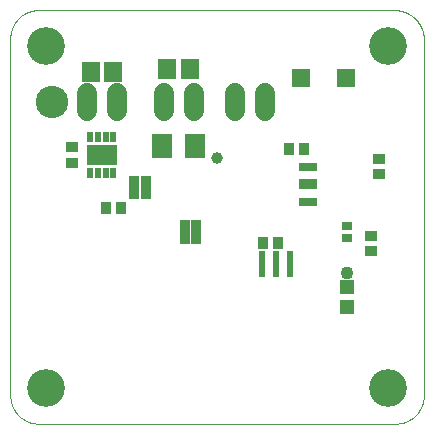
<source format=gbs>
G04 EAGLE Gerber RS-274X export*
G75*
%MOMM*%
%FSLAX35Y35*%
%LPD*%
%INsolder_mask_bottom*%
%IPPOS*%
%AMOC8*
5,1,8,0,0,1.08239X$1,22.5*%
G01*
%ADD10C,0.000000*%
%ADD11R,1.503200X1.703200*%
%ADD12R,1.103200X0.903200*%
%ADD13R,0.903200X1.103200*%
%ADD14R,1.603200X1.603200*%
%ADD15R,2.603200X1.703200*%
%ADD16R,0.553200X0.853200*%
%ADD17R,1.803200X2.006200*%
%ADD18C,1.703200*%
%ADD19R,0.603200X2.203200*%
%ADD20R,1.303200X1.203200*%
%ADD21R,0.903200X0.803200*%
%ADD22C,2.743200*%
%ADD23R,0.853200X0.503200*%
%ADD24R,1.603200X0.773200*%
%ADD25R,1.603200X0.853200*%
%ADD26C,3.203200*%
%ADD27C,1.003200*%
%ADD28C,1.103200*%


D10*
X250000Y0D02*
X3250000Y0D01*
X3500000Y225000D02*
X3500000Y3275000D01*
X3225000Y3500000D02*
X250000Y3500000D01*
X0Y3275000D02*
X0Y225000D01*
X0Y3275000D02*
X371Y3280735D01*
X881Y3286460D01*
X1529Y3292170D01*
X2315Y3297864D01*
X3238Y3303536D01*
X4298Y3309185D01*
X5494Y3314806D01*
X6826Y3320397D01*
X8292Y3325954D01*
X9892Y3331474D01*
X11626Y3336954D01*
X13491Y3342390D01*
X15487Y3347780D01*
X17612Y3353120D01*
X19866Y3358406D01*
X22247Y3363637D01*
X24754Y3368809D01*
X27385Y3373919D01*
X30138Y3378963D01*
X33013Y3383940D01*
X36007Y3388846D01*
X39119Y3393678D01*
X42347Y3398433D01*
X45688Y3403109D01*
X49142Y3407703D01*
X52706Y3412212D01*
X56377Y3416633D01*
X60154Y3420965D01*
X64035Y3425204D01*
X68018Y3429348D01*
X72099Y3433395D01*
X76276Y3437342D01*
X80548Y3441186D01*
X84912Y3444927D01*
X89365Y3448561D01*
X93904Y3452086D01*
X98527Y3455500D01*
X103231Y3458802D01*
X108014Y3461989D01*
X112872Y3465060D01*
X117803Y3468012D01*
X122804Y3470844D01*
X127872Y3473555D01*
X133003Y3476142D01*
X138196Y3478605D01*
X143447Y3480942D01*
X148753Y3483150D01*
X154111Y3485230D01*
X159517Y3487180D01*
X164969Y3488999D01*
X170463Y3490686D01*
X175997Y3492239D01*
X181566Y3493658D01*
X187168Y3494942D01*
X192799Y3496090D01*
X198457Y3497102D01*
X204137Y3497977D01*
X209837Y3498715D01*
X215553Y3499314D01*
X221281Y3499775D01*
X227020Y3500098D01*
X232764Y3500282D01*
X238511Y3500327D01*
X244257Y3500233D01*
X250000Y3500000D01*
X3225000Y3500000D02*
X3231143Y3500538D01*
X3237297Y3500926D01*
X3243459Y3501162D01*
X3249625Y3501247D01*
X3255791Y3501180D01*
X3261953Y3500962D01*
X3268109Y3500594D01*
X3274253Y3500074D01*
X3280383Y3499403D01*
X3286494Y3498582D01*
X3292584Y3497612D01*
X3298648Y3496492D01*
X3304682Y3495224D01*
X3310684Y3493808D01*
X3316649Y3492246D01*
X3322574Y3490537D01*
X3328455Y3488684D01*
X3334289Y3486686D01*
X3340072Y3484546D01*
X3345801Y3482265D01*
X3351472Y3479844D01*
X3357083Y3477285D01*
X3362628Y3474588D01*
X3368106Y3471757D01*
X3373512Y3468792D01*
X3378845Y3465694D01*
X3384099Y3462467D01*
X3389273Y3459113D01*
X3394363Y3455632D01*
X3399366Y3452027D01*
X3404279Y3448300D01*
X3409099Y3444454D01*
X3413823Y3440491D01*
X3418449Y3436414D01*
X3422973Y3432224D01*
X3427393Y3427924D01*
X3431706Y3423517D01*
X3435909Y3419005D01*
X3440001Y3414392D01*
X3443978Y3409679D01*
X3447839Y3404871D01*
X3451580Y3399969D01*
X3455199Y3394977D01*
X3458695Y3389897D01*
X3462066Y3384733D01*
X3465309Y3379489D01*
X3468422Y3374166D01*
X3471403Y3368768D01*
X3474251Y3363299D01*
X3476964Y3357761D01*
X3479540Y3352159D01*
X3481978Y3346495D01*
X3484276Y3340773D01*
X3486433Y3334996D01*
X3488448Y3329168D01*
X3490319Y3323292D01*
X3492045Y3317372D01*
X3493626Y3311412D01*
X3495060Y3305415D01*
X3496346Y3299384D01*
X3497484Y3293323D01*
X3498472Y3287237D01*
X3499311Y3281128D01*
X3500000Y3275000D01*
X3500000Y225000D02*
X3499629Y219265D01*
X3499119Y213540D01*
X3498471Y207830D01*
X3497685Y202136D01*
X3496762Y196464D01*
X3495702Y190815D01*
X3494506Y185194D01*
X3493174Y179603D01*
X3491708Y174046D01*
X3490108Y168526D01*
X3488374Y163046D01*
X3486509Y157610D01*
X3484513Y152220D01*
X3482388Y146880D01*
X3480134Y141594D01*
X3477753Y136363D01*
X3475246Y131191D01*
X3472615Y126081D01*
X3469862Y121037D01*
X3466987Y116060D01*
X3463993Y111154D01*
X3460881Y106322D01*
X3457653Y101567D01*
X3454312Y96891D01*
X3450858Y92297D01*
X3447294Y87788D01*
X3443623Y83367D01*
X3439846Y79035D01*
X3435965Y74796D01*
X3431982Y70652D01*
X3427901Y66605D01*
X3423724Y62658D01*
X3419452Y58814D01*
X3415088Y55073D01*
X3410635Y51439D01*
X3406096Y47914D01*
X3401473Y44500D01*
X3396769Y41198D01*
X3391986Y38011D01*
X3387128Y34940D01*
X3382197Y31988D01*
X3377196Y29156D01*
X3372128Y26445D01*
X3366997Y23858D01*
X3361804Y21395D01*
X3356553Y19058D01*
X3351247Y16850D01*
X3345889Y14770D01*
X3340483Y12820D01*
X3335031Y11001D01*
X3329537Y9314D01*
X3324003Y7761D01*
X3318434Y6342D01*
X3312832Y5058D01*
X3307201Y3910D01*
X3301543Y2898D01*
X3295863Y2023D01*
X3290163Y1285D01*
X3284447Y686D01*
X3278719Y225D01*
X3272980Y-98D01*
X3267236Y-282D01*
X3261489Y-327D01*
X3255743Y-233D01*
X3250000Y0D01*
X250000Y0D02*
X244257Y-233D01*
X238511Y-327D01*
X232764Y-282D01*
X227020Y-98D01*
X221281Y225D01*
X215553Y686D01*
X209837Y1285D01*
X204137Y2023D01*
X198457Y2898D01*
X192799Y3910D01*
X187168Y5058D01*
X181566Y6342D01*
X175997Y7761D01*
X170463Y9314D01*
X164969Y11001D01*
X159517Y12820D01*
X154111Y14770D01*
X148753Y16850D01*
X143447Y19058D01*
X138196Y21395D01*
X133003Y23858D01*
X127872Y26445D01*
X122804Y29156D01*
X117803Y31988D01*
X112872Y34940D01*
X108014Y38011D01*
X103231Y41198D01*
X98527Y44500D01*
X93904Y47914D01*
X89365Y51439D01*
X84912Y55073D01*
X80548Y58814D01*
X76276Y62658D01*
X72099Y66605D01*
X68018Y70652D01*
X64035Y74796D01*
X60154Y79035D01*
X56377Y83367D01*
X52706Y87788D01*
X49142Y92297D01*
X45688Y96891D01*
X42347Y101567D01*
X39119Y106322D01*
X36007Y111154D01*
X33013Y116060D01*
X30138Y121037D01*
X27385Y126081D01*
X24754Y131191D01*
X22247Y136363D01*
X19866Y141594D01*
X17612Y146880D01*
X15487Y152220D01*
X13491Y157610D01*
X11626Y163046D01*
X9892Y168526D01*
X8292Y174046D01*
X6826Y179603D01*
X5494Y185194D01*
X4298Y190815D01*
X3238Y196464D01*
X2315Y202136D01*
X1529Y207830D01*
X881Y213540D01*
X371Y219265D01*
X0Y225000D01*
X3225000Y3500000D02*
X3231143Y3500538D01*
X3237297Y3500926D01*
X3243459Y3501162D01*
X3249625Y3501247D01*
X3255791Y3501180D01*
X3261953Y3500962D01*
X3268109Y3500594D01*
X3274253Y3500074D01*
X3280383Y3499403D01*
X3286494Y3498582D01*
X3292584Y3497612D01*
X3298648Y3496492D01*
X3304682Y3495224D01*
X3310684Y3493808D01*
X3316649Y3492246D01*
X3322574Y3490537D01*
X3328455Y3488684D01*
X3334289Y3486686D01*
X3340072Y3484546D01*
X3345801Y3482265D01*
X3351472Y3479844D01*
X3357083Y3477285D01*
X3362628Y3474588D01*
X3368106Y3471757D01*
X3373512Y3468792D01*
X3378845Y3465694D01*
X3384099Y3462467D01*
X3389273Y3459113D01*
X3394363Y3455632D01*
X3399366Y3452027D01*
X3404279Y3448300D01*
X3409099Y3444454D01*
X3413823Y3440491D01*
X3418449Y3436414D01*
X3422973Y3432224D01*
X3427393Y3427924D01*
X3431706Y3423517D01*
X3435909Y3419005D01*
X3440001Y3414392D01*
X3443978Y3409679D01*
X3447839Y3404871D01*
X3451580Y3399969D01*
X3455199Y3394977D01*
X3458695Y3389897D01*
X3462066Y3384733D01*
X3465309Y3379489D01*
X3468422Y3374166D01*
X3471403Y3368768D01*
X3474251Y3363299D01*
X3476964Y3357761D01*
X3479540Y3352159D01*
X3481978Y3346495D01*
X3484276Y3340773D01*
X3486433Y3334996D01*
X3488448Y3329168D01*
X3490319Y3323292D01*
X3492045Y3317372D01*
X3493626Y3311412D01*
X3495060Y3305415D01*
X3496346Y3299384D01*
X3497484Y3293323D01*
X3498472Y3287237D01*
X3499311Y3281128D01*
X3500000Y3275000D01*
X3500000Y225000D02*
X3499629Y219265D01*
X3499119Y213540D01*
X3498471Y207830D01*
X3497685Y202136D01*
X3496762Y196464D01*
X3495702Y190815D01*
X3494506Y185194D01*
X3493174Y179603D01*
X3491708Y174046D01*
X3490108Y168526D01*
X3488374Y163046D01*
X3486509Y157610D01*
X3484513Y152220D01*
X3482388Y146880D01*
X3480134Y141594D01*
X3477753Y136363D01*
X3475246Y131191D01*
X3472615Y126081D01*
X3469862Y121037D01*
X3466987Y116060D01*
X3463993Y111154D01*
X3460881Y106322D01*
X3457653Y101567D01*
X3454312Y96891D01*
X3450858Y92297D01*
X3447294Y87788D01*
X3443623Y83367D01*
X3439846Y79035D01*
X3435965Y74796D01*
X3431982Y70652D01*
X3427901Y66605D01*
X3423724Y62658D01*
X3419452Y58814D01*
X3415088Y55073D01*
X3410635Y51439D01*
X3406096Y47914D01*
X3401473Y44500D01*
X3396769Y41198D01*
X3391986Y38011D01*
X3387128Y34940D01*
X3382197Y31988D01*
X3377196Y29156D01*
X3372128Y26445D01*
X3366997Y23858D01*
X3361804Y21395D01*
X3356553Y19058D01*
X3351247Y16850D01*
X3345889Y14770D01*
X3340483Y12820D01*
X3335031Y11001D01*
X3329537Y9314D01*
X3324003Y7761D01*
X3318434Y6342D01*
X3312832Y5058D01*
X3307201Y3910D01*
X3301543Y2898D01*
X3295863Y2023D01*
X3290163Y1285D01*
X3284447Y686D01*
X3278719Y225D01*
X3272980Y-98D01*
X3267236Y-282D01*
X3261489Y-327D01*
X3255743Y-233D01*
X3250000Y0D01*
X250000Y0D02*
X244257Y-233D01*
X238511Y-327D01*
X232764Y-282D01*
X227020Y-98D01*
X221281Y225D01*
X215553Y686D01*
X209837Y1285D01*
X204137Y2023D01*
X198457Y2898D01*
X192799Y3910D01*
X187168Y5058D01*
X181566Y6342D01*
X175997Y7761D01*
X170463Y9314D01*
X164969Y11001D01*
X159517Y12820D01*
X154111Y14770D01*
X148753Y16850D01*
X143447Y19058D01*
X138196Y21395D01*
X133003Y23858D01*
X127872Y26445D01*
X122804Y29156D01*
X117803Y31988D01*
X112872Y34940D01*
X108014Y38011D01*
X103231Y41198D01*
X98527Y44500D01*
X93904Y47914D01*
X89365Y51439D01*
X84912Y55073D01*
X80548Y58814D01*
X76276Y62658D01*
X72099Y66605D01*
X68018Y70652D01*
X64035Y74796D01*
X60154Y79035D01*
X56377Y83367D01*
X52706Y87788D01*
X49142Y92297D01*
X45688Y96891D01*
X42347Y101567D01*
X39119Y106322D01*
X36007Y111154D01*
X33013Y116060D01*
X30138Y121037D01*
X27385Y126081D01*
X24754Y131191D01*
X22247Y136363D01*
X19866Y141594D01*
X17612Y146880D01*
X15487Y152220D01*
X13491Y157610D01*
X11626Y163046D01*
X9892Y168526D01*
X8292Y174046D01*
X6826Y179603D01*
X5494Y185194D01*
X4298Y190815D01*
X3238Y196464D01*
X2315Y202136D01*
X1529Y207830D01*
X881Y213540D01*
X371Y219265D01*
X0Y225000D01*
D11*
X1330000Y3000000D03*
X1520000Y3000000D03*
D12*
X525000Y2210000D03*
X525000Y2340000D03*
D13*
X2135000Y1525000D03*
X2265000Y1525000D03*
X940000Y1825000D03*
X810000Y1825000D03*
D14*
X2460000Y2925000D03*
X2840000Y2925000D03*
D15*
X775000Y2275000D03*
D16*
X872500Y2120000D03*
X807500Y2120000D03*
X742500Y2120000D03*
X677500Y2120000D03*
X872500Y2430000D03*
X807500Y2430000D03*
X742500Y2430000D03*
X677500Y2430000D03*
D17*
X1282800Y2350000D03*
X1567200Y2350000D03*
D11*
X680000Y2975000D03*
X870000Y2975000D03*
D18*
X1552000Y2800000D02*
X1552000Y2650000D01*
X1298000Y2650000D02*
X1298000Y2800000D01*
X902000Y2800000D02*
X902000Y2650000D01*
X648000Y2650000D02*
X648000Y2800000D01*
D19*
X2370000Y1350000D03*
X2250000Y1350000D03*
X2130000Y1350000D03*
D18*
X2152000Y2650000D02*
X2152000Y2800000D01*
X1898000Y2800000D02*
X1898000Y2650000D01*
D12*
X3125000Y2110000D03*
X3125000Y2240000D03*
D13*
X2360000Y2325000D03*
X2490000Y2325000D03*
D20*
X2850000Y1160000D03*
X2850000Y990000D03*
D12*
X3050000Y1460000D03*
X3050000Y1590000D03*
D21*
X2850000Y1675000D03*
X2850000Y1575000D03*
D22*
X350000Y2725000D03*
D23*
X1475000Y1550000D03*
X1475000Y1600000D03*
X1475000Y1650000D03*
X1475000Y1700000D03*
X1575000Y1700000D03*
X1575000Y1650000D03*
X1575000Y1600000D03*
X1575000Y1550000D03*
X1150000Y2075000D03*
X1150000Y2025000D03*
X1150000Y1975000D03*
X1150000Y1925000D03*
X1050000Y1925000D03*
X1050000Y1975000D03*
X1050000Y2025000D03*
X1050000Y2075000D03*
D24*
X2518500Y1875000D03*
X2518500Y2175000D03*
D25*
X2518500Y2025000D03*
D26*
X300000Y3200000D03*
X300000Y300000D03*
X3200000Y300000D03*
X3200000Y3200000D03*
D27*
X1750000Y2250000D03*
D28*
X2850000Y1275000D03*
M02*

</source>
